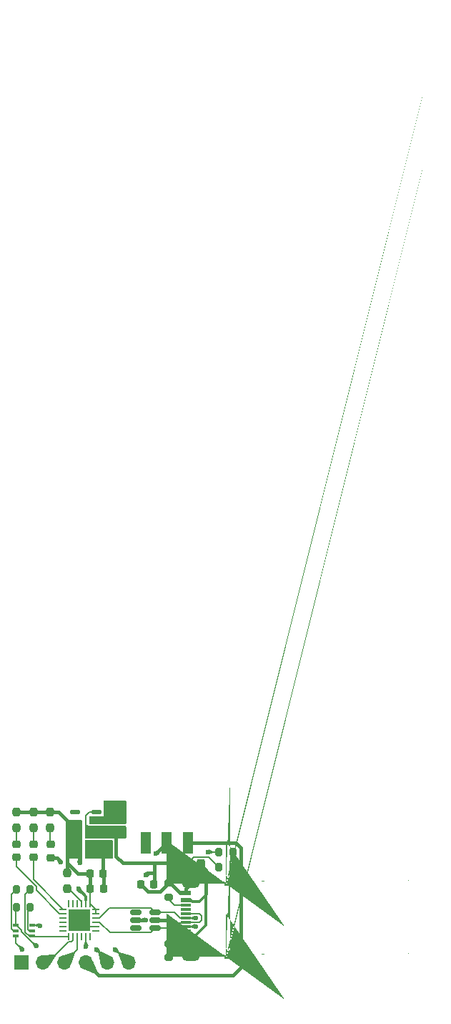
<source format=gtl>
G04 #@! TF.GenerationSoftware,KiCad,Pcbnew,9.0.1*
G04 #@! TF.CreationDate,2025-04-15T14:17:18+12:00*
G04 #@! TF.ProjectId,ESPFlash,45535046-6c61-4736-982e-6b696361645f,rev?*
G04 #@! TF.SameCoordinates,Original*
G04 #@! TF.FileFunction,Copper,L1,Top*
G04 #@! TF.FilePolarity,Positive*
%FSLAX46Y46*%
G04 Gerber Fmt 4.6, Leading zero omitted, Abs format (unit mm)*
G04 Created by KiCad (PCBNEW 9.0.1) date 2025-04-15 14:17:18*
%MOMM*%
%LPD*%
G01*
G04 APERTURE LIST*
G04 Aperture macros list*
%AMRoundRect*
0 Rectangle with rounded corners*
0 $1 Rounding radius*
0 $2 $3 $4 $5 $6 $7 $8 $9 X,Y pos of 4 corners*
0 Add a 4 corners polygon primitive as box body*
4,1,4,$2,$3,$4,$5,$6,$7,$8,$9,$2,$3,0*
0 Add four circle primitives for the rounded corners*
1,1,$1+$1,$2,$3*
1,1,$1+$1,$4,$5*
1,1,$1+$1,$6,$7*
1,1,$1+$1,$8,$9*
0 Add four rect primitives between the rounded corners*
20,1,$1+$1,$2,$3,$4,$5,0*
20,1,$1+$1,$4,$5,$6,$7,0*
20,1,$1+$1,$6,$7,$8,$9,0*
20,1,$1+$1,$8,$9,$2,$3,0*%
%AMFreePoly0*
4,1,229,0.026192,0.903996,0.026383,0.903985,0.052383,0.901985,0.052573,0.901967,0.078573,0.898967,0.078944,0.898910,0.104944,0.893910,0.105167,0.893862,0.130167,0.887862,0.130300,0.887828,0.156300,0.880828,0.156756,0.880682,0.180756,0.871682,0.180923,0.871615,0.204923,0.861615,0.205083,0.861545,0.229083,0.850545,0.229460,0.850353,0.252460,0.837353,0.252684,0.837218,
0.296684,0.809218,0.297030,0.808977,0.318030,0.792977,0.318238,0.792810,0.338238,0.775810,0.338439,0.775630,0.357439,0.757630,0.357630,0.757439,0.375630,0.738439,0.375810,0.738238,0.392810,0.718238,0.392977,0.718030,0.408977,0.697030,0.409218,0.696684,0.437218,0.652684,0.437353,0.652460,0.450353,0.629460,0.450545,0.629083,0.461545,0.605083,0.461615,0.604923,
0.471615,0.580923,0.471682,0.580756,0.480682,0.556756,0.480828,0.556300,0.487828,0.530300,0.487862,0.530167,0.493862,0.505167,0.493910,0.504944,0.498910,0.478944,0.498967,0.478573,0.501967,0.452573,0.501985,0.452383,0.503985,0.426383,0.503996,0.426192,0.504996,0.400192,0.505000,0.400000,0.505000,-0.400000,0.504996,-0.400192,0.503996,-0.426192,0.503985,-0.426383,
0.501985,-0.452383,0.501967,-0.452573,0.498967,-0.478573,0.498910,-0.478944,0.493910,-0.504944,0.493862,-0.505167,0.487862,-0.530167,0.487828,-0.530300,0.480828,-0.556300,0.480682,-0.556756,0.471682,-0.580756,0.471615,-0.580923,0.461615,-0.604923,0.461545,-0.605083,0.450545,-0.629083,0.450353,-0.629460,0.437353,-0.652460,0.437218,-0.652684,0.409218,-0.696684,0.408977,-0.697030,
0.392977,-0.718030,0.392810,-0.718238,0.375810,-0.738238,0.375630,-0.738439,0.357630,-0.757439,0.357439,-0.757630,0.338439,-0.775630,0.338238,-0.775810,0.318238,-0.792810,0.318030,-0.792977,0.297030,-0.808977,0.296684,-0.809218,0.252684,-0.837218,0.252460,-0.837353,0.229460,-0.850353,0.229083,-0.850545,0.205083,-0.861545,0.204923,-0.861615,0.180923,-0.871615,0.180756,-0.871682,
0.156756,-0.880682,0.156300,-0.880828,0.130300,-0.887828,0.130167,-0.887862,0.105167,-0.893862,0.104944,-0.893910,0.078944,-0.898910,0.078573,-0.898967,0.052573,-0.901967,0.052383,-0.901985,0.026383,-0.903985,0.026192,-0.903996,0.000192,-0.904996,-0.000192,-0.904996,-0.026192,-0.903996,-0.026383,-0.903985,-0.052383,-0.901985,-0.052573,-0.901967,-0.078573,-0.898967,-0.078944,-0.898910,
-0.104944,-0.893910,-0.105167,-0.893862,-0.130167,-0.887862,-0.130300,-0.887828,-0.156300,-0.880828,-0.156756,-0.880682,-0.180756,-0.871682,-0.180923,-0.871615,-0.204923,-0.861615,-0.205083,-0.861545,-0.229083,-0.850545,-0.229460,-0.850353,-0.252460,-0.837353,-0.252684,-0.837218,-0.296684,-0.809218,-0.297030,-0.808977,-0.318030,-0.792977,-0.318238,-0.792810,-0.338238,-0.775810,-0.338439,-0.775630,
-0.357439,-0.757630,-0.357630,-0.757439,-0.375630,-0.738439,-0.375810,-0.738238,-0.392810,-0.718238,-0.392977,-0.718030,-0.408977,-0.697030,-0.409218,-0.696684,-0.437218,-0.652684,-0.437353,-0.652460,-0.450353,-0.629460,-0.450545,-0.629083,-0.461545,-0.605083,-0.461615,-0.604923,-0.471615,-0.580923,-0.471682,-0.580756,-0.480682,-0.556756,-0.480828,-0.556300,-0.487828,-0.530300,-0.487862,-0.530167,
-0.493862,-0.505167,-0.493910,-0.504944,-0.498910,-0.478944,-0.498967,-0.478573,-0.501967,-0.452573,-0.501985,-0.452383,-0.503985,-0.426383,-0.503996,-0.426192,-0.504996,-0.400192,-0.505000,-0.400000,-0.505000,0.400000,-0.504996,0.400192,-0.503996,0.426192,-0.503985,0.426383,-0.501985,0.452383,-0.501967,0.452573,-0.498967,0.478573,-0.498910,0.478944,-0.493910,0.504944,-0.493862,0.505167,
-0.487862,0.530167,-0.487828,0.530300,-0.480828,0.556300,-0.480682,0.556756,-0.471682,0.580756,-0.471615,0.580923,-0.461615,0.604923,-0.461545,0.605083,-0.450545,0.629083,-0.450353,0.629460,-0.437353,0.652460,-0.437218,0.652684,-0.409218,0.696684,-0.408977,0.697030,-0.392977,0.718030,-0.392810,0.718238,-0.375810,0.738238,-0.375630,0.738439,-0.357630,0.757439,-0.357439,0.757630,
-0.338439,0.775630,-0.338238,0.775810,-0.318238,0.792810,-0.318030,0.792977,-0.297030,0.808977,-0.296684,0.809218,-0.252684,0.837218,-0.252460,0.837353,-0.229460,0.850353,-0.229083,0.850545,-0.205083,0.861545,-0.204923,0.861615,-0.180923,0.871615,-0.180756,0.871682,-0.156756,0.880682,-0.156300,0.880828,-0.130300,0.887828,-0.130167,0.887862,-0.105167,0.893862,-0.104944,0.893910,
-0.078944,0.898910,-0.078573,0.898967,-0.052573,0.901967,-0.052383,0.901985,-0.026383,0.903985,-0.026192,0.903996,-0.000192,0.904996,0.000192,0.904996,0.026192,0.903996,0.026192,0.903996,$1*%
G04 Aperture macros list end*
G04 #@! TA.AperFunction,SMDPad,CuDef*
%ADD10RoundRect,0.243750X0.243750X0.456250X-0.243750X0.456250X-0.243750X-0.456250X0.243750X-0.456250X0*%
G04 #@! TD*
G04 #@! TA.AperFunction,SMDPad,CuDef*
%ADD11RoundRect,0.218750X0.256250X-0.218750X0.256250X0.218750X-0.256250X0.218750X-0.256250X-0.218750X0*%
G04 #@! TD*
G04 #@! TA.AperFunction,SMDPad,CuDef*
%ADD12R,1.200000X2.500000*%
G04 #@! TD*
G04 #@! TA.AperFunction,SMDPad,CuDef*
%ADD13RoundRect,0.200000X-0.200000X-0.275000X0.200000X-0.275000X0.200000X0.275000X-0.200000X0.275000X0*%
G04 #@! TD*
G04 #@! TA.AperFunction,SMDPad,CuDef*
%ADD14RoundRect,0.200000X0.275000X-0.200000X0.275000X0.200000X-0.275000X0.200000X-0.275000X-0.200000X0*%
G04 #@! TD*
G04 #@! TA.AperFunction,SMDPad,CuDef*
%ADD15RoundRect,0.100000X0.225000X0.100000X-0.225000X0.100000X-0.225000X-0.100000X0.225000X-0.100000X0*%
G04 #@! TD*
G04 #@! TA.AperFunction,SMDPad,CuDef*
%ADD16RoundRect,0.225000X-0.225000X-0.250000X0.225000X-0.250000X0.225000X0.250000X-0.225000X0.250000X0*%
G04 #@! TD*
G04 #@! TA.AperFunction,SMDPad,CuDef*
%ADD17RoundRect,0.237500X0.237500X-0.250000X0.237500X0.250000X-0.237500X0.250000X-0.237500X-0.250000X0*%
G04 #@! TD*
G04 #@! TA.AperFunction,SMDPad,CuDef*
%ADD18RoundRect,0.200000X-0.275000X0.200000X-0.275000X-0.200000X0.275000X-0.200000X0.275000X0.200000X0*%
G04 #@! TD*
G04 #@! TA.AperFunction,SMDPad,CuDef*
%ADD19RoundRect,0.250000X-0.250000X-0.475000X0.250000X-0.475000X0.250000X0.475000X-0.250000X0.475000X0*%
G04 #@! TD*
G04 #@! TA.AperFunction,SMDPad,CuDef*
%ADD20RoundRect,0.147500X0.457500X0.147500X-0.457500X0.147500X-0.457500X-0.147500X0.457500X-0.147500X0*%
G04 #@! TD*
G04 #@! TA.AperFunction,ComponentPad*
%ADD21FreePoly0,90.000000*%
G04 #@! TD*
G04 #@! TA.AperFunction,SMDPad,CuDef*
%ADD22R,1.150000X0.600000*%
G04 #@! TD*
G04 #@! TA.AperFunction,SMDPad,CuDef*
%ADD23R,1.150000X0.300000*%
G04 #@! TD*
G04 #@! TA.AperFunction,ComponentPad*
%ADD24O,2.100000X1.000000*%
G04 #@! TD*
G04 #@! TA.AperFunction,SMDPad,CuDef*
%ADD25RoundRect,0.200000X0.200000X0.275000X-0.200000X0.275000X-0.200000X-0.275000X0.200000X-0.275000X0*%
G04 #@! TD*
G04 #@! TA.AperFunction,SMDPad,CuDef*
%ADD26RoundRect,0.062500X0.350000X0.062500X-0.350000X0.062500X-0.350000X-0.062500X0.350000X-0.062500X0*%
G04 #@! TD*
G04 #@! TA.AperFunction,SMDPad,CuDef*
%ADD27RoundRect,0.062500X0.062500X0.350000X-0.062500X0.350000X-0.062500X-0.350000X0.062500X-0.350000X0*%
G04 #@! TD*
G04 #@! TA.AperFunction,HeatsinkPad*
%ADD28R,2.600000X2.600000*%
G04 #@! TD*
G04 #@! TA.AperFunction,SMDPad,CuDef*
%ADD29RoundRect,0.250000X0.475000X-0.250000X0.475000X0.250000X-0.475000X0.250000X-0.475000X-0.250000X0*%
G04 #@! TD*
G04 #@! TA.AperFunction,SMDPad,CuDef*
%ADD30RoundRect,0.225000X0.225000X0.250000X-0.225000X0.250000X-0.225000X-0.250000X0.225000X-0.250000X0*%
G04 #@! TD*
G04 #@! TA.AperFunction,SMDPad,CuDef*
%ADD31RoundRect,0.150000X0.512500X0.150000X-0.512500X0.150000X-0.512500X-0.150000X0.512500X-0.150000X0*%
G04 #@! TD*
G04 #@! TA.AperFunction,ComponentPad*
%ADD32R,1.700000X1.700000*%
G04 #@! TD*
G04 #@! TA.AperFunction,ComponentPad*
%ADD33O,1.700000X1.700000*%
G04 #@! TD*
G04 #@! TA.AperFunction,ViaPad*
%ADD34C,0.600000*%
G04 #@! TD*
G04 #@! TA.AperFunction,Conductor*
%ADD35C,0.400000*%
G04 #@! TD*
G04 #@! TA.AperFunction,Conductor*
%ADD36C,0.150000*%
G04 #@! TD*
G04 #@! TA.AperFunction,Conductor*
%ADD37C,0.200000*%
G04 #@! TD*
G04 #@! TA.AperFunction,Conductor*
%ADD38C,0.300000*%
G04 #@! TD*
G04 APERTURE END LIST*
D10*
X61062501Y-29875000D03*
X59187499Y-29875000D03*
D11*
X43249999Y-29000000D03*
X43249999Y-27424998D03*
D12*
X59500000Y-27250000D03*
X57000000Y-27250000D03*
X54500000Y-27250000D03*
D13*
X63175000Y-28300000D03*
X64825000Y-28300000D03*
D11*
X41200000Y-28949999D03*
X41200000Y-27374997D03*
D14*
X57200000Y-33625000D03*
X57200000Y-31975000D03*
D13*
X39175000Y-34800000D03*
X40825000Y-34800000D03*
D15*
X41050000Y-38250000D03*
X41049999Y-37600000D03*
X41050000Y-36950000D03*
X39150000Y-36950000D03*
X39150001Y-37600000D03*
X39150000Y-38250000D03*
D16*
X47935000Y-30850000D03*
X49485000Y-30850000D03*
D11*
X39199999Y-28950001D03*
X39199999Y-27374999D03*
D17*
X41200001Y-25412500D03*
X41200001Y-23587500D03*
D16*
X47940000Y-32630000D03*
X49490000Y-32630000D03*
D18*
X57200000Y-39125000D03*
X57200000Y-40775000D03*
D19*
X46025000Y-28000000D03*
X47925000Y-28000000D03*
D20*
X48655000Y-25499999D03*
X48655000Y-24550000D03*
X48655000Y-23600001D03*
X46145000Y-23600001D03*
X46145000Y-25499999D03*
D21*
X64012500Y-40672500D03*
X64012500Y-32032500D03*
D22*
X59262500Y-39552500D03*
X59262500Y-38752500D03*
D23*
X59257500Y-37602500D03*
X59257500Y-36602500D03*
X59257500Y-36102500D03*
X59257500Y-35102500D03*
D22*
X59257500Y-33952500D03*
X59262500Y-33152500D03*
X59257500Y-33152500D03*
X59262500Y-33952500D03*
D23*
X59257500Y-34602500D03*
X59257500Y-35602500D03*
X59257500Y-37102500D03*
X59257500Y-38102500D03*
D22*
X59257500Y-38752500D03*
X59257500Y-39552500D03*
D24*
X59832500Y-40672500D03*
X59832500Y-32032500D03*
D25*
X40825000Y-32700000D03*
X39175000Y-32700000D03*
D17*
X39200000Y-25412497D03*
X39200000Y-23587497D03*
D26*
X48600000Y-37600000D03*
X48599999Y-37100000D03*
X48600000Y-36600000D03*
X48600000Y-36100000D03*
X48599999Y-35600000D03*
X48600000Y-35100000D03*
D27*
X47912500Y-34412500D03*
X47412500Y-34412501D03*
X46912500Y-34412500D03*
X46412500Y-34412500D03*
X45912500Y-34412501D03*
X45412500Y-34412500D03*
D26*
X44725000Y-35100000D03*
X44725001Y-35600000D03*
X44725000Y-36100000D03*
X44725000Y-36600000D03*
X44725001Y-37100000D03*
X44725000Y-37600000D03*
D27*
X45412500Y-38287500D03*
X45912500Y-38287499D03*
X46412500Y-38287500D03*
X46912500Y-38287500D03*
X47412500Y-38287499D03*
X47912500Y-38287500D03*
D28*
X46662500Y-36350000D03*
D29*
X51000000Y-25749999D03*
X51000000Y-23850001D03*
D30*
X55475000Y-32100000D03*
X53925000Y-32100000D03*
D25*
X64825000Y-30100000D03*
X63175000Y-30100000D03*
D31*
X55637500Y-37323105D03*
X55637500Y-36373106D03*
X55637500Y-35423107D03*
X53362500Y-35423107D03*
X53362500Y-36373106D03*
X53362500Y-37323105D03*
D17*
X45200000Y-32637500D03*
X45200000Y-30812500D03*
X43200001Y-25412498D03*
X43200001Y-23587498D03*
D32*
X39830000Y-41350000D03*
D33*
X42370000Y-41350000D03*
X44910000Y-41350000D03*
X47450000Y-41350000D03*
X49990000Y-41350000D03*
X52530000Y-41350000D03*
D34*
X50850000Y-22600000D03*
X47400000Y-35600000D03*
X45900000Y-35600000D03*
X51725000Y-22600000D03*
X49100000Y-28475000D03*
X50000000Y-22600000D03*
X46650000Y-35600000D03*
X46662500Y-36350000D03*
X47400000Y-36350000D03*
X45900000Y-36350000D03*
X49100000Y-27500000D03*
X61900000Y-28300000D03*
X47400000Y-37100000D03*
X57550000Y-36373106D03*
X49975000Y-27500000D03*
X46650000Y-37100000D03*
X45900000Y-37100000D03*
X44475000Y-29475000D03*
X49975000Y-28475000D03*
X54500000Y-36350000D03*
X54500000Y-31000000D03*
X46710000Y-29620000D03*
X55750000Y-28500000D03*
X39900000Y-39800000D03*
X48700000Y-39800000D03*
X42000000Y-37000000D03*
X50900000Y-39800000D03*
X47425000Y-39500000D03*
X41600000Y-39400000D03*
X60450000Y-37100000D03*
X60450000Y-36100000D03*
X46550000Y-32675000D03*
X64800000Y-31000000D03*
D35*
X43249999Y-29000000D02*
X44000000Y-29000000D01*
X59262500Y-33152500D02*
X59262500Y-32602500D01*
X54801000Y-32976000D02*
X53925000Y-32100000D01*
X56199000Y-32976000D02*
X54801000Y-32976000D01*
X49485000Y-28965000D02*
X49975000Y-28475000D01*
X59262500Y-39552500D02*
X58422500Y-39552500D01*
X57550000Y-36373106D02*
X55637500Y-36373106D01*
X59262500Y-32602500D02*
X59832500Y-32032500D01*
D36*
X63175000Y-28300000D02*
X61900000Y-28300000D01*
D35*
X44000000Y-29000000D02*
X44475000Y-29475000D01*
D36*
X49200000Y-32700000D02*
X49350000Y-32700000D01*
D37*
X49350000Y-32975000D02*
X49350000Y-32700000D01*
D35*
X59262500Y-39552500D02*
X59262500Y-40102500D01*
X57375000Y-31975000D02*
X58552500Y-33152500D01*
X59262500Y-40102500D02*
X59832500Y-40672500D01*
D37*
X48599999Y-37100000D02*
X47412500Y-37100000D01*
D35*
X49490000Y-32630000D02*
X49490000Y-30855000D01*
X49485000Y-30850000D02*
X49485000Y-28965000D01*
X57200000Y-31975000D02*
X56199000Y-32976000D01*
X58422500Y-39552500D02*
X57200000Y-40775000D01*
X57200000Y-31975000D02*
X57375000Y-31975000D01*
X58552500Y-33152500D02*
X59262500Y-33152500D01*
D37*
X49490000Y-30855000D02*
X49485000Y-30850000D01*
D35*
X55476894Y-36373106D02*
X55637500Y-36373106D01*
X55500000Y-30800000D02*
X55500000Y-29600000D01*
D36*
X47440000Y-23980000D02*
X47440000Y-25140000D01*
D35*
X55500000Y-30800000D02*
X54700000Y-30800000D01*
X56700000Y-29600000D02*
X59262499Y-29600000D01*
D36*
X47819999Y-23600001D02*
X47440000Y-23980000D01*
D35*
X55500000Y-32075000D02*
X55475000Y-32100000D01*
D36*
X47799999Y-25499999D02*
X48655000Y-25499999D01*
X47440000Y-25140000D02*
X47799999Y-25499999D01*
D35*
X53362500Y-36373106D02*
X54476894Y-36373106D01*
D36*
X61974000Y-28899000D02*
X60163499Y-28899000D01*
D35*
X51000000Y-28825000D02*
X51775000Y-29600000D01*
X51775000Y-29600000D02*
X56700000Y-29600000D01*
X54700000Y-30800000D02*
X54500000Y-31000000D01*
X51000000Y-25499999D02*
X51000000Y-28825000D01*
D36*
X48655000Y-23600001D02*
X47819999Y-23600001D01*
X63175000Y-30100000D02*
X61974000Y-28899000D01*
D35*
X55500000Y-30800000D02*
X55500000Y-32075000D01*
X55500000Y-29600000D02*
X56700000Y-29600000D01*
X54476894Y-36373106D02*
X54500000Y-36350000D01*
D36*
X60163499Y-28899000D02*
X59187499Y-29875000D01*
D35*
X44232499Y-23587498D02*
X46145000Y-25499999D01*
D36*
X47912500Y-32657500D02*
X47940000Y-32630000D01*
D35*
X39200000Y-23587497D02*
X43437498Y-23587497D01*
D36*
X47912500Y-34412500D02*
X47912500Y-32657500D01*
D35*
X45200000Y-29550000D02*
X45200000Y-28825000D01*
X47940000Y-32630000D02*
X47940000Y-30855000D01*
X46710000Y-29620000D02*
X46710000Y-28685000D01*
D36*
X47940000Y-30855000D02*
X47935000Y-30850000D01*
D35*
X46710000Y-28685000D02*
X46025000Y-28000000D01*
X55750000Y-28500000D02*
X57000000Y-27250000D01*
X45200000Y-30812500D02*
X45200000Y-29550000D01*
X43200001Y-23587498D02*
X44232499Y-23587498D01*
X45200000Y-28825000D02*
X46025000Y-28000000D01*
D36*
X48599999Y-35600000D02*
X48600000Y-35100000D01*
D35*
X46500000Y-30850000D02*
X45200000Y-29550000D01*
D36*
X47912500Y-34412500D02*
X48600000Y-35100000D01*
D35*
X47935000Y-30850000D02*
X46500000Y-30850000D01*
D37*
X41549661Y-32837159D02*
X41549661Y-32350339D01*
X44725001Y-35600000D02*
X44312502Y-35600000D01*
X39199999Y-30000677D02*
X39199999Y-28950001D01*
X41549661Y-32350339D02*
X39199999Y-30000677D01*
X44312502Y-35600000D02*
X41549661Y-32837159D01*
D36*
X39200000Y-25412497D02*
X39199999Y-27374999D01*
X41200001Y-25412500D02*
X41200000Y-27374997D01*
D37*
X44725000Y-35100000D02*
X41200000Y-31575000D01*
X41200000Y-31575000D02*
X41200000Y-28949999D01*
D38*
X59262500Y-38752500D02*
X59847500Y-38752500D01*
D37*
X61623799Y-33268630D02*
X61623799Y-33376201D01*
D35*
X61623799Y-33268630D02*
X61623799Y-30436298D01*
D37*
X61626000Y-33270831D02*
X61623799Y-33268630D01*
D38*
X59847500Y-38752500D02*
X61626000Y-36974000D01*
X59866493Y-33952500D02*
X59262500Y-33952500D01*
D35*
X61623799Y-30436298D02*
X61062501Y-29875000D01*
D38*
X61626000Y-36974000D02*
X61626000Y-33270831D01*
X60052492Y-34138499D02*
X59866493Y-33952500D01*
X60861501Y-34138499D02*
X60052492Y-34138499D01*
X61623799Y-33376201D02*
X60861501Y-34138499D01*
D36*
X39150000Y-39050000D02*
X39900000Y-39800000D01*
X39150000Y-38250000D02*
X39150000Y-39050000D01*
X48700000Y-39800000D02*
X49590000Y-40690000D01*
X39900000Y-39800000D02*
X39997104Y-39702896D01*
D37*
X46412500Y-39847499D02*
X44909999Y-41350000D01*
D36*
X46375000Y-38250000D02*
X46400000Y-38275000D01*
D37*
X46412500Y-38287500D02*
X46412500Y-39847499D01*
D36*
X52450000Y-41350000D02*
X52530000Y-41350000D01*
X41950000Y-36950000D02*
X42000000Y-37000000D01*
X41050000Y-36950000D02*
X41950000Y-36950000D01*
X50900000Y-39800000D02*
X52450000Y-41350000D01*
D37*
X45912500Y-38287499D02*
X45912500Y-38699998D01*
X45711498Y-38901000D02*
X45374000Y-38901000D01*
X45912500Y-38699998D02*
X45711498Y-38901000D01*
X45374000Y-38901000D02*
X42925000Y-41350000D01*
X42925000Y-41350000D02*
X42370000Y-41350000D01*
D36*
X39175000Y-32700000D02*
X38599000Y-33276000D01*
X38825002Y-37600000D02*
X39150001Y-37600000D01*
X38599000Y-33276000D02*
X38599000Y-37373998D01*
X38599000Y-37373998D02*
X38825002Y-37600000D01*
D37*
X45412500Y-38287500D02*
X41087500Y-38287500D01*
D36*
X40249000Y-37773999D02*
X40249000Y-33276000D01*
X41050000Y-38250000D02*
X40725001Y-38250000D01*
D37*
X41087500Y-38287500D02*
X41050000Y-38250000D01*
D36*
X40249000Y-33276000D02*
X40825000Y-32700000D01*
X40725001Y-38250000D02*
X40249000Y-37773999D01*
D37*
X47425000Y-39500000D02*
X47425000Y-39406807D01*
X47425000Y-39406807D02*
X47412500Y-39394307D01*
D36*
X39825000Y-37556905D02*
X39825000Y-37743094D01*
X39150000Y-36950000D02*
X39150000Y-34825000D01*
D37*
X47412500Y-39394307D02*
X47412500Y-38287499D01*
D36*
X39150000Y-34825000D02*
X39175000Y-34800000D01*
X39825000Y-37743094D02*
X41481906Y-39400000D01*
X39218095Y-36950000D02*
X39825000Y-37556905D01*
X39150000Y-36950000D02*
X39218095Y-36950000D01*
X40725000Y-37600000D02*
X41049999Y-37600000D01*
X40825000Y-34800000D02*
X40549000Y-35076000D01*
X40549000Y-35076000D02*
X40549000Y-37424000D01*
X40549000Y-37424000D02*
X40725000Y-37600000D01*
X43200001Y-25412498D02*
X43200001Y-27375000D01*
X43200001Y-27375000D02*
X43249999Y-27424998D01*
X58322500Y-37602500D02*
X59257500Y-37602500D01*
X57200000Y-39125000D02*
X57200000Y-38725000D01*
X57200000Y-38725000D02*
X58322500Y-37602500D01*
X57200000Y-33934840D02*
X57200000Y-33625000D01*
X59257500Y-34602500D02*
X57867660Y-34602500D01*
X57867660Y-34602500D02*
X57200000Y-33934840D01*
X45389022Y-32637500D02*
X46912500Y-34160978D01*
X46912500Y-34160978D02*
X46912500Y-34412500D01*
X45200000Y-32637500D02*
X45389022Y-32637500D01*
D37*
X57976895Y-37323105D02*
X55637500Y-37323105D01*
D36*
X60847500Y-36602500D02*
X59257500Y-36602500D01*
D37*
X55637500Y-37323105D02*
X55136500Y-37824105D01*
D36*
X61100000Y-35850000D02*
X61100000Y-36350000D01*
D37*
X49028297Y-36600000D02*
X48600000Y-36600000D01*
D36*
X59257500Y-35602500D02*
X60852500Y-35602500D01*
D37*
X58697500Y-36602500D02*
X57976895Y-37323105D01*
X59257500Y-36602500D02*
X58697500Y-36602500D01*
D36*
X60852500Y-35602500D02*
X61100000Y-35850000D01*
D37*
X50252402Y-37824105D02*
X49028297Y-36600000D01*
X55136500Y-37824105D02*
X50252402Y-37824105D01*
D36*
X61100000Y-36350000D02*
X60847500Y-36602500D01*
D37*
X55136500Y-34922107D02*
X50206190Y-34922107D01*
X57923107Y-35423107D02*
X56653687Y-35423107D01*
X59257500Y-36102500D02*
X58602500Y-36102500D01*
X59260000Y-36100000D02*
X59257500Y-36102500D01*
X56653687Y-35423107D02*
X55637500Y-35423107D01*
X60447500Y-37102500D02*
X60450000Y-37100000D01*
X55637500Y-35423107D02*
X55136500Y-34922107D01*
X49028297Y-36100000D02*
X48600000Y-36100000D01*
X50206190Y-34922107D02*
X49028297Y-36100000D01*
X59257500Y-37102500D02*
X60447500Y-37102500D01*
X58602500Y-36102500D02*
X57923107Y-35423107D01*
X60450000Y-36100000D02*
X59260000Y-36100000D01*
D36*
X46900000Y-38526522D02*
X46900000Y-38274999D01*
D35*
X64825000Y-30100000D02*
X64825000Y-30975000D01*
X64825000Y-30100000D02*
X64825000Y-28300000D01*
D38*
X47412500Y-33972500D02*
X47420000Y-33980000D01*
X46550000Y-32675000D02*
X47412500Y-33537500D01*
X47412500Y-33537500D02*
X47412500Y-33972500D01*
D35*
X65190000Y-27250000D02*
X59500000Y-27250000D01*
X65790000Y-41910000D02*
X65790000Y-27850000D01*
X64861043Y-42838957D02*
X65790000Y-41910000D01*
X47450000Y-41350000D02*
X48938957Y-42838957D01*
X65790000Y-27850000D02*
X65190000Y-27250000D01*
X48938957Y-42838957D02*
X64861043Y-42838957D01*
G04 #@! TA.AperFunction,Conductor*
G36*
X46923059Y-29100000D02*
G01*
X47002259Y-29550239D01*
X47000317Y-29558981D01*
X46993056Y-29563734D01*
X46712320Y-29620530D01*
X46707680Y-29620530D01*
X46426943Y-29563734D01*
X46419514Y-29558734D01*
X46417740Y-29550239D01*
X46496941Y-29100000D01*
X46510000Y-29025764D01*
X46910000Y-29025764D01*
X46923059Y-29100000D01*
G37*
G04 #@! TD.AperFunction*
G04 #@! TA.AperFunction,Conductor*
G36*
X51153869Y-39644431D02*
G01*
X51154910Y-39646376D01*
X51370184Y-40159912D01*
X51370222Y-40168866D01*
X51367667Y-40172708D01*
X51272708Y-40267667D01*
X51264435Y-40271094D01*
X51259912Y-40270184D01*
X50746376Y-40054910D01*
X50740071Y-40048551D01*
X50740109Y-40039597D01*
X50741147Y-40037656D01*
X50897985Y-39801263D01*
X50901263Y-39797985D01*
X51137653Y-39641149D01*
X51146440Y-39639431D01*
X51153869Y-39644431D01*
G37*
G04 #@! TD.AperFunction*
G04 #@! TA.AperFunction,Conductor*
G36*
X46805269Y-32518502D02*
G01*
X46805660Y-32519132D01*
X47071780Y-32981351D01*
X47072938Y-32990231D01*
X47069913Y-32995462D01*
X46870462Y-33194913D01*
X46862189Y-33198340D01*
X46856351Y-33196780D01*
X46394132Y-32930660D01*
X46388672Y-32923562D01*
X46389830Y-32914682D01*
X46390210Y-32914068D01*
X46547985Y-32676263D01*
X46551263Y-32672985D01*
X46789053Y-32515220D01*
X46797840Y-32513502D01*
X46805269Y-32518502D01*
G37*
G04 #@! TD.AperFunction*
G04 #@! TA.AperFunction,Conductor*
G36*
X47512748Y-38909191D02*
G01*
X47515390Y-38913252D01*
X47714245Y-39428541D01*
X47714027Y-39437493D01*
X47707542Y-39443668D01*
X47705650Y-39444221D01*
X47427320Y-39500530D01*
X47422680Y-39500530D01*
X47143795Y-39444109D01*
X47136366Y-39439109D01*
X47134647Y-39430321D01*
X47135035Y-39428882D01*
X47309806Y-38913705D01*
X47315709Y-38906972D01*
X47320886Y-38905764D01*
X47504475Y-38905764D01*
X47512748Y-38909191D01*
G37*
G04 #@! TD.AperFunction*
G04 #@! TA.AperFunction,Conductor*
G36*
X60387622Y-36810828D02*
G01*
X60393691Y-36817413D01*
X60394176Y-36819126D01*
X60450530Y-37097680D01*
X60450530Y-37102320D01*
X60394154Y-37380983D01*
X60389154Y-37388412D01*
X60380366Y-37390131D01*
X60378743Y-37389679D01*
X59863521Y-37205276D01*
X59856887Y-37199261D01*
X59855764Y-37194260D01*
X59855764Y-37010667D01*
X59859191Y-37002394D01*
X59863429Y-36999684D01*
X60378677Y-36810463D01*
X60387622Y-36810828D01*
G37*
G04 #@! TD.AperFunction*
G04 #@! TA.AperFunction,Conductor*
G36*
X39540087Y-39329815D02*
G01*
X39722668Y-39406353D01*
X40053623Y-39545089D01*
X40059928Y-39551448D01*
X40059890Y-39560402D01*
X40058849Y-39562347D01*
X39902015Y-39798734D01*
X39898734Y-39802015D01*
X39662347Y-39958849D01*
X39653559Y-39960568D01*
X39646130Y-39955568D01*
X39645089Y-39953623D01*
X39429815Y-39440087D01*
X39429777Y-39431133D01*
X39432330Y-39427293D01*
X39527292Y-39332331D01*
X39535564Y-39328905D01*
X39540087Y-39329815D01*
G37*
G04 #@! TD.AperFunction*
G04 #@! TA.AperFunction,Conductor*
G36*
X51359061Y-40148241D02*
G01*
X52685346Y-40513447D01*
X52692412Y-40518946D01*
X52693716Y-40526997D01*
X52532227Y-41343021D01*
X52527260Y-41350472D01*
X52523021Y-41352227D01*
X51706238Y-41513866D01*
X51697457Y-41512111D01*
X51692945Y-41506314D01*
X51248916Y-40259468D01*
X51249369Y-40250525D01*
X51251662Y-40247273D01*
X51347687Y-40151248D01*
X51355959Y-40147822D01*
X51359061Y-40148241D01*
G37*
G04 #@! TD.AperFunction*
G04 #@! TA.AperFunction,Conductor*
G36*
X55011051Y-30604416D02*
G01*
X55015919Y-30611932D01*
X55016112Y-30614050D01*
X55016112Y-30993976D01*
X55012685Y-31002249D01*
X55011210Y-31003499D01*
X54676465Y-31242449D01*
X54667740Y-31244466D01*
X54660144Y-31239724D01*
X54659957Y-31239453D01*
X54500318Y-31001961D01*
X54498547Y-30997683D01*
X54443743Y-30717374D01*
X54445519Y-30708597D01*
X54452981Y-30703646D01*
X54452997Y-30703642D01*
X55002294Y-30602543D01*
X55011051Y-30604416D01*
G37*
G04 #@! TD.AperFunction*
G04 #@! TA.AperFunction,Conductor*
G36*
X54438673Y-36059884D02*
G01*
X54443791Y-36067233D01*
X54443830Y-36067416D01*
X54500530Y-36347680D01*
X54500530Y-36352320D01*
X54443641Y-36633518D01*
X54438641Y-36640947D01*
X54430633Y-36642796D01*
X53915924Y-36574455D01*
X53908174Y-36569969D01*
X53905764Y-36562857D01*
X53905764Y-36182520D01*
X53909191Y-36174247D01*
X53914959Y-36171091D01*
X54429861Y-36058307D01*
X54438673Y-36059884D01*
G37*
G04 #@! TD.AperFunction*
G04 #@! TA.AperFunction,Conductor*
G36*
X52159191Y-22218907D02*
G01*
X52195155Y-22268407D01*
X52200000Y-22299000D01*
X52200000Y-24901000D01*
X52181093Y-24959191D01*
X52131593Y-24995155D01*
X52101000Y-25000000D01*
X47899000Y-25000000D01*
X47840809Y-24981093D01*
X47804845Y-24931593D01*
X47800000Y-24901000D01*
X47800000Y-24199000D01*
X47818907Y-24140809D01*
X47868407Y-24104845D01*
X47899000Y-24100000D01*
X49499999Y-24100000D01*
X49500000Y-24100000D01*
X49500000Y-22299000D01*
X49518907Y-22240809D01*
X49568407Y-22204845D01*
X49599000Y-22200000D01*
X52101000Y-22200000D01*
X52159191Y-22218907D01*
G37*
G04 #@! TD.AperFunction*
G04 #@! TA.AperFunction,Conductor*
G36*
X48995135Y-39985013D02*
G01*
X49237765Y-40093873D01*
X50449620Y-40637591D01*
X50455766Y-40644104D01*
X50455506Y-40653055D01*
X50454567Y-40654755D01*
X49993402Y-41346662D01*
X49985962Y-41351646D01*
X49985937Y-41351650D01*
X49167871Y-41513543D01*
X49159090Y-41511788D01*
X49154123Y-41504337D01*
X49154111Y-41504275D01*
X48882884Y-40093870D01*
X48884686Y-40085102D01*
X48886095Y-40083396D01*
X48982076Y-39987415D01*
X48990348Y-39983989D01*
X48995135Y-39985013D01*
G37*
G04 #@! TD.AperFunction*
G04 #@! TA.AperFunction,Conductor*
G36*
X57488981Y-36082788D02*
G01*
X57493734Y-36090049D01*
X57550530Y-36370786D01*
X57550530Y-36375426D01*
X57493734Y-36656162D01*
X57488734Y-36663591D01*
X57480239Y-36665365D01*
X56965437Y-36574807D01*
X56957883Y-36569999D01*
X56955764Y-36563284D01*
X56955764Y-36182927D01*
X56959191Y-36174654D01*
X56965435Y-36171404D01*
X57480239Y-36080846D01*
X57488981Y-36082788D01*
G37*
G04 #@! TD.AperFunction*
G04 #@! TA.AperFunction,Conductor*
G36*
X50558691Y-26918907D02*
G01*
X50594655Y-26968407D01*
X50599500Y-26999000D01*
X50599500Y-28880383D01*
X50600000Y-28888013D01*
X50600000Y-29001000D01*
X50581093Y-29059191D01*
X50531593Y-29095155D01*
X50501000Y-29100000D01*
X47399000Y-29100000D01*
X47340809Y-29081093D01*
X47304845Y-29031593D01*
X47300000Y-29001000D01*
X47300000Y-26999000D01*
X47318907Y-26940809D01*
X47368407Y-26904845D01*
X47399000Y-26900000D01*
X50500500Y-26900000D01*
X50558691Y-26918907D01*
G37*
G04 #@! TD.AperFunction*
G04 #@! TA.AperFunction,Conductor*
G36*
X48283004Y-41187796D02*
G01*
X48287319Y-41193078D01*
X48778998Y-42391905D01*
X48778967Y-42400860D01*
X48776446Y-42404618D01*
X48504618Y-42676446D01*
X48496345Y-42679873D01*
X48491905Y-42678998D01*
X47293078Y-42187319D01*
X47286724Y-42181009D01*
X47286041Y-42174226D01*
X47447772Y-41356977D01*
X47452739Y-41349527D01*
X47456977Y-41347772D01*
X48274225Y-41186041D01*
X48283004Y-41187796D01*
G37*
G04 #@! TD.AperFunction*
G04 #@! TA.AperFunction,Conductor*
G36*
X46031898Y-40091677D02*
G01*
X46034931Y-40093865D01*
X46166133Y-40225067D01*
X46169560Y-40233340D01*
X46168962Y-40237032D01*
X45746922Y-41506039D01*
X45741060Y-41512808D01*
X45733549Y-41513824D01*
X44916978Y-41352227D01*
X44909527Y-41347260D01*
X44907772Y-41343021D01*
X44746175Y-40526450D01*
X44747930Y-40517669D01*
X44753957Y-40513078D01*
X46022966Y-40091036D01*
X46031898Y-40091677D01*
G37*
G04 #@! TD.AperFunction*
G04 #@! TA.AperFunction,Conductor*
G36*
X43704173Y-40435884D02*
G01*
X43704648Y-40436333D01*
X43835843Y-40567528D01*
X43839270Y-40575801D01*
X43837543Y-40581918D01*
X43083101Y-41811878D01*
X43075854Y-41817139D01*
X43067011Y-41815734D01*
X43066653Y-41815506D01*
X42693310Y-41566668D01*
X42373337Y-41353402D01*
X42368354Y-41345964D01*
X42206785Y-40529532D01*
X42208540Y-40520753D01*
X42215991Y-40515786D01*
X42217599Y-40515582D01*
X43695722Y-40432924D01*
X43704173Y-40435884D01*
G37*
G04 #@! TD.AperFunction*
G04 #@! TA.AperFunction,Conductor*
G36*
X46943039Y-24519685D02*
G01*
X46988794Y-24572489D01*
X47000000Y-24624000D01*
X47000000Y-28976000D01*
X46980315Y-29043039D01*
X46927511Y-29088794D01*
X46876000Y-29100000D01*
X45124000Y-29100000D01*
X45056961Y-29080315D01*
X45011206Y-29027511D01*
X45000000Y-28976000D01*
X45000000Y-24624000D01*
X45019685Y-24556961D01*
X45072489Y-24511206D01*
X45124000Y-24500000D01*
X46876000Y-24500000D01*
X46943039Y-24519685D01*
G37*
G04 #@! TD.AperFunction*
G04 #@! TA.AperFunction,Conductor*
G36*
X47685390Y-25119685D02*
G01*
X47697817Y-25128810D01*
X47698796Y-25129628D01*
X47744544Y-25156961D01*
X47777307Y-25176536D01*
X47835498Y-25195443D01*
X47864268Y-25199999D01*
X47898996Y-25205500D01*
X52076000Y-25205500D01*
X52143039Y-25225185D01*
X52188794Y-25277989D01*
X52200000Y-25329500D01*
X52200000Y-26576000D01*
X52180315Y-26643039D01*
X52127511Y-26688794D01*
X52076000Y-26700000D01*
X50544989Y-26700000D01*
X50525593Y-26698474D01*
X50500500Y-26694500D01*
X47424000Y-26694500D01*
X47356961Y-26674815D01*
X47311206Y-26622011D01*
X47300000Y-26570500D01*
X47300000Y-25224000D01*
X47302550Y-25215314D01*
X47301262Y-25206353D01*
X47312240Y-25182312D01*
X47319685Y-25156961D01*
X47326525Y-25151033D01*
X47330287Y-25142797D01*
X47352521Y-25128507D01*
X47372489Y-25111206D01*
X47383003Y-25108918D01*
X47389065Y-25105023D01*
X47424000Y-25100000D01*
X47618351Y-25100000D01*
X47685390Y-25119685D01*
G37*
G04 #@! TD.AperFunction*
G04 #@! TA.AperFunction,Conductor*
G36*
X56035710Y-27945335D02*
G01*
X56304664Y-28214289D01*
X56308091Y-28222562D01*
X56305972Y-28229277D01*
X56005986Y-28657331D01*
X55998432Y-28662139D01*
X55989937Y-28660365D01*
X55751265Y-28502015D01*
X55747984Y-28498734D01*
X55589634Y-28260062D01*
X55587915Y-28251274D01*
X55592666Y-28244015D01*
X56020724Y-27944026D01*
X56029464Y-27942085D01*
X56035710Y-27945335D01*
G37*
G04 #@! TD.AperFunction*
G04 #@! TA.AperFunction,Conductor*
G36*
X60387655Y-35810792D02*
G01*
X60393696Y-35817402D01*
X60394165Y-35819070D01*
X60450530Y-36097680D01*
X60450530Y-36102320D01*
X60394165Y-36380929D01*
X60389165Y-36388358D01*
X60380377Y-36390077D01*
X60378709Y-36389608D01*
X59863476Y-36202796D01*
X59856866Y-36196755D01*
X59855764Y-36191797D01*
X59855764Y-36008202D01*
X59859191Y-35999929D01*
X59863473Y-35997204D01*
X60378711Y-35810391D01*
X60387655Y-35810792D01*
G37*
G04 #@! TD.AperFunction*
G04 #@! TA.AperFunction,Conductor*
G36*
X61971617Y-28011121D02*
G01*
X62486967Y-28222025D01*
X62493326Y-28228330D01*
X62494236Y-28232853D01*
X62494236Y-28367146D01*
X62490809Y-28375419D01*
X62486967Y-28377974D01*
X61971620Y-28588877D01*
X61962666Y-28588839D01*
X61956361Y-28582480D01*
X61955722Y-28580374D01*
X61899469Y-28302318D01*
X61899469Y-28297680D01*
X61955722Y-28019628D01*
X61960721Y-28012201D01*
X61969509Y-28010482D01*
X61971617Y-28011121D01*
G37*
G04 #@! TD.AperFunction*
G04 #@! TA.AperFunction,Conductor*
G36*
X44204275Y-28919026D02*
G01*
X44632331Y-29219013D01*
X44637139Y-29226567D01*
X44635365Y-29235062D01*
X44477015Y-29473734D01*
X44473734Y-29477015D01*
X44235062Y-29635365D01*
X44226274Y-29637084D01*
X44219013Y-29632331D01*
X43919026Y-29204275D01*
X43917085Y-29195535D01*
X43920333Y-29189291D01*
X44189290Y-28920334D01*
X44197562Y-28916908D01*
X44204275Y-28919026D01*
G37*
G04 #@! TD.AperFunction*
G04 #@! TA.AperFunction,Conductor*
G36*
X65022988Y-30409191D02*
G01*
X65026318Y-30415964D01*
X65092839Y-30930665D01*
X65090501Y-30939309D01*
X65083556Y-30943633D01*
X64802320Y-31000530D01*
X64797680Y-31000530D01*
X64517456Y-30943838D01*
X64510027Y-30938838D01*
X64508308Y-30930050D01*
X64508337Y-30929910D01*
X64622962Y-30414922D01*
X64628105Y-30407591D01*
X64634383Y-30405764D01*
X65014715Y-30405764D01*
X65022988Y-30409191D01*
G37*
G04 #@! TD.AperFunction*
G04 #@! TA.AperFunction,Conductor*
G36*
X41187458Y-38994638D02*
G01*
X41603572Y-39092800D01*
X41647565Y-39103178D01*
X41654831Y-39108412D01*
X41656360Y-39116816D01*
X41601647Y-39395911D01*
X41596693Y-39403370D01*
X41596634Y-39403409D01*
X41360841Y-39559848D01*
X41352053Y-39561567D01*
X41344624Y-39556567D01*
X41344293Y-39556040D01*
X41249917Y-39395911D01*
X41079647Y-39107012D01*
X41078400Y-39098146D01*
X41081453Y-39092802D01*
X41176503Y-38997752D01*
X41184775Y-38994326D01*
X41187458Y-38994638D01*
G37*
G04 #@! TD.AperFunction*
G04 #@! TA.AperFunction,Conductor*
G36*
X41937983Y-36710460D02*
G01*
X41943743Y-36717317D01*
X41944054Y-36718521D01*
X42000030Y-36995210D01*
X41998311Y-37003998D01*
X41998272Y-37004057D01*
X41839183Y-37240730D01*
X41831724Y-37245684D01*
X41824035Y-37244562D01*
X41412026Y-37028287D01*
X41406294Y-37021408D01*
X41405764Y-37017928D01*
X41405764Y-36883574D01*
X41409191Y-36875301D01*
X41413940Y-36872417D01*
X41929063Y-36709684D01*
X41937983Y-36710460D01*
G37*
G04 #@! TD.AperFunction*
G04 #@! TA.AperFunction,Conductor*
G36*
X48953869Y-39644431D02*
G01*
X48954910Y-39646376D01*
X49170184Y-40159912D01*
X49170222Y-40168866D01*
X49167667Y-40172708D01*
X49072708Y-40267667D01*
X49064435Y-40271094D01*
X49059912Y-40270184D01*
X48546376Y-40054910D01*
X48540071Y-40048551D01*
X48540109Y-40039597D01*
X48541147Y-40037656D01*
X48697985Y-39801263D01*
X48701263Y-39797985D01*
X48937653Y-39641149D01*
X48946440Y-39639431D01*
X48953869Y-39644431D01*
G37*
G04 #@! TD.AperFunction*
M02*

</source>
